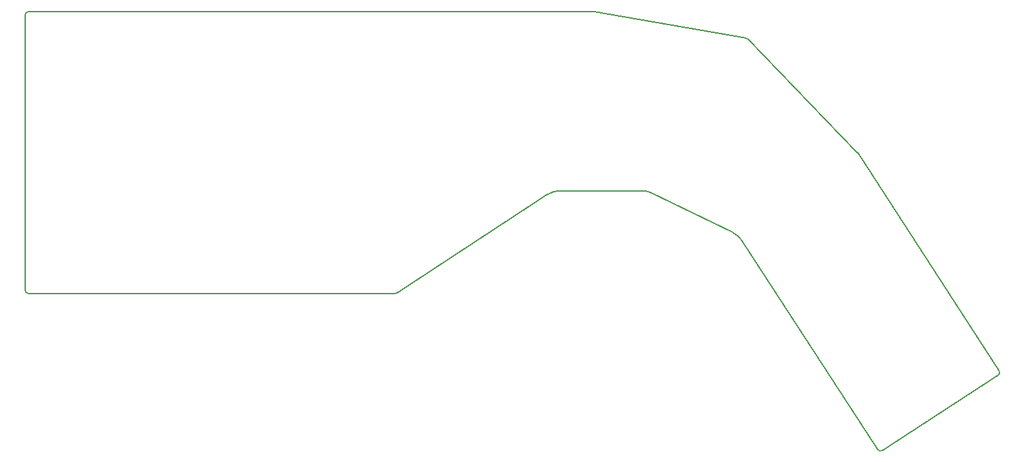
<source format=gbr>
%TF.GenerationSoftware,KiCad,Pcbnew,9.0.0*%
%TF.CreationDate,2025-02-26T19:39:31-08:00*%
%TF.ProjectId,revolver_reversible,7265766f-6c76-4657-925f-726576657273,v1.0.0*%
%TF.SameCoordinates,Original*%
%TF.FileFunction,Profile,NP*%
%FSLAX46Y46*%
G04 Gerber Fmt 4.6, Leading zero omitted, Abs format (unit mm)*
G04 Created by KiCad (PCBNEW 9.0.0) date 2025-02-26 19:39:31*
%MOMM*%
%LPD*%
G01*
G04 APERTURE LIST*
%TA.AperFunction,Profile*%
%ADD10C,0.150000*%
%TD*%
G04 APERTURE END LIST*
D10*
X182296584Y-101969900D02*
G75*
G02*
X183498705Y-103032942I-1313884J-2697000D01*
G01*
X198594328Y-91444769D02*
G75*
G02*
X198708502Y-91568533I-305128J-396031D01*
G01*
X89500000Y-109500000D02*
X89500000Y-73500000D01*
X89500000Y-73500000D02*
G75*
G02*
X90000000Y-73000000I500000J0D01*
G01*
X217226234Y-120083329D02*
X198708507Y-91568530D01*
X138000000Y-110000000D02*
X90000000Y-110000000D01*
X217226235Y-120083329D02*
G75*
G02*
X217079182Y-120774928I-419335J-272271D01*
G01*
X183498688Y-103032953D02*
X201291493Y-130431470D01*
X90000000Y-73000000D02*
X164000000Y-73000000D01*
X138273625Y-109918485D02*
G75*
G02*
X138000000Y-110000000I-273625J418485D01*
G01*
X158047991Y-96989091D02*
G75*
G02*
X159689739Y-96500021I1641709J-2510909D01*
G01*
X182296584Y-101969900D02*
X171690904Y-96803030D01*
X170376996Y-96500000D02*
G75*
G02*
X171690905Y-96803029I4J-3000000D01*
G01*
X164086190Y-73007485D02*
X184086190Y-76507485D01*
X159689739Y-96500000D02*
X170376996Y-96500000D01*
X90000000Y-110000000D02*
G75*
G02*
X89500000Y-109500000I0J500000D01*
G01*
X164000000Y-73000000D02*
G75*
G02*
X164086190Y-73007485I0J-500000D01*
G01*
X201983148Y-130578486D02*
X217079218Y-120774984D01*
X201983148Y-130578487D02*
G75*
G02*
X201291471Y-130431484I-272348J419287D01*
G01*
X158047991Y-96989091D02*
X138273625Y-109918485D01*
X184360277Y-76653300D02*
X198594327Y-91444768D01*
X184086190Y-76507484D02*
G75*
G02*
X184360277Y-76653300I-86190J-492516D01*
G01*
M02*

</source>
